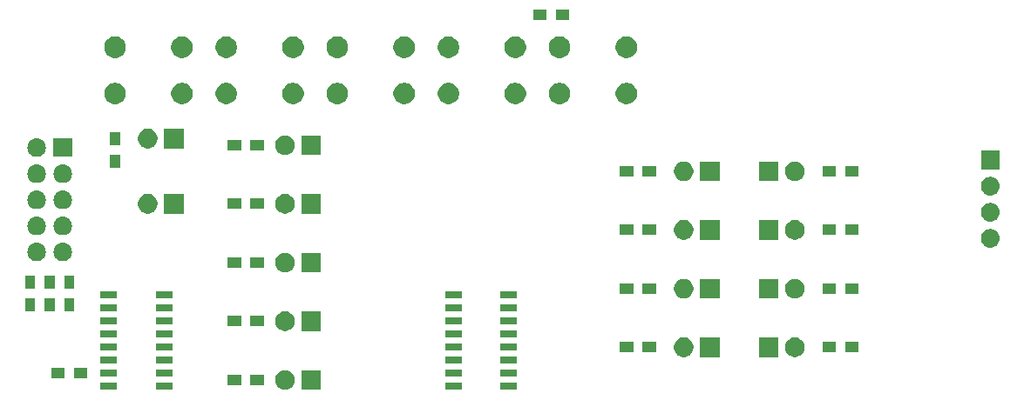
<source format=gbr>
G04 #@! TF.GenerationSoftware,KiCad,Pcbnew,(5.1.4)-1*
G04 #@! TF.CreationDate,2020-07-08T19:39:57+02:00*
G04 #@! TF.ProjectId,SBIO3,5342494f-332e-46b6-9963-61645f706362,rev?*
G04 #@! TF.SameCoordinates,Original*
G04 #@! TF.FileFunction,Soldermask,Top*
G04 #@! TF.FilePolarity,Negative*
%FSLAX46Y46*%
G04 Gerber Fmt 4.6, Leading zero omitted, Abs format (unit mm)*
G04 Created by KiCad (PCBNEW (5.1.4)-1) date 2020-07-08 19:39:57*
%MOMM*%
%LPD*%
G04 APERTURE LIST*
%ADD10C,0.100000*%
G04 APERTURE END LIST*
D10*
G36*
X124151000Y-170531000D02*
G01*
X122549000Y-170531000D01*
X122549000Y-169829000D01*
X124151000Y-169829000D01*
X124151000Y-170531000D01*
X124151000Y-170531000D01*
G37*
G36*
X118751000Y-170531000D02*
G01*
X117149000Y-170531000D01*
X117149000Y-169829000D01*
X118751000Y-169829000D01*
X118751000Y-170531000D01*
X118751000Y-170531000D01*
G37*
G36*
X90656000Y-170531000D02*
G01*
X89054000Y-170531000D01*
X89054000Y-169829000D01*
X90656000Y-169829000D01*
X90656000Y-170531000D01*
X90656000Y-170531000D01*
G37*
G36*
X85256000Y-170531000D02*
G01*
X83654000Y-170531000D01*
X83654000Y-169829000D01*
X85256000Y-169829000D01*
X85256000Y-170531000D01*
X85256000Y-170531000D01*
G37*
G36*
X101877395Y-168630546D02*
G01*
X102050466Y-168702234D01*
X102050467Y-168702235D01*
X102206227Y-168806310D01*
X102338690Y-168938773D01*
X102338691Y-168938775D01*
X102442766Y-169094534D01*
X102514454Y-169267605D01*
X102551000Y-169451333D01*
X102551000Y-169638667D01*
X102514454Y-169822395D01*
X102442766Y-169995466D01*
X102442765Y-169995467D01*
X102338690Y-170151227D01*
X102206227Y-170283690D01*
X102127818Y-170336081D01*
X102050466Y-170387766D01*
X101877395Y-170459454D01*
X101693667Y-170496000D01*
X101506333Y-170496000D01*
X101322605Y-170459454D01*
X101149534Y-170387766D01*
X101072182Y-170336081D01*
X100993773Y-170283690D01*
X100861310Y-170151227D01*
X100757235Y-169995467D01*
X100757234Y-169995466D01*
X100685546Y-169822395D01*
X100649000Y-169638667D01*
X100649000Y-169451333D01*
X100685546Y-169267605D01*
X100757234Y-169094534D01*
X100861309Y-168938775D01*
X100861310Y-168938773D01*
X100993773Y-168806310D01*
X101149533Y-168702235D01*
X101149534Y-168702234D01*
X101322605Y-168630546D01*
X101506333Y-168594000D01*
X101693667Y-168594000D01*
X101877395Y-168630546D01*
X101877395Y-168630546D01*
G37*
G36*
X105091000Y-170496000D02*
G01*
X103189000Y-170496000D01*
X103189000Y-168594000D01*
X105091000Y-168594000D01*
X105091000Y-170496000D01*
X105091000Y-170496000D01*
G37*
G36*
X97341000Y-170046000D02*
G01*
X96039000Y-170046000D01*
X96039000Y-169044000D01*
X97341000Y-169044000D01*
X97341000Y-170046000D01*
X97341000Y-170046000D01*
G37*
G36*
X99541000Y-170046000D02*
G01*
X98239000Y-170046000D01*
X98239000Y-169044000D01*
X99541000Y-169044000D01*
X99541000Y-170046000D01*
X99541000Y-170046000D01*
G37*
G36*
X80196000Y-169411000D02*
G01*
X78894000Y-169411000D01*
X78894000Y-168409000D01*
X80196000Y-168409000D01*
X80196000Y-169411000D01*
X80196000Y-169411000D01*
G37*
G36*
X82396000Y-169411000D02*
G01*
X81094000Y-169411000D01*
X81094000Y-168409000D01*
X82396000Y-168409000D01*
X82396000Y-169411000D01*
X82396000Y-169411000D01*
G37*
G36*
X118751000Y-169261000D02*
G01*
X117149000Y-169261000D01*
X117149000Y-168559000D01*
X118751000Y-168559000D01*
X118751000Y-169261000D01*
X118751000Y-169261000D01*
G37*
G36*
X85256000Y-169261000D02*
G01*
X83654000Y-169261000D01*
X83654000Y-168559000D01*
X85256000Y-168559000D01*
X85256000Y-169261000D01*
X85256000Y-169261000D01*
G37*
G36*
X124151000Y-169261000D02*
G01*
X122549000Y-169261000D01*
X122549000Y-168559000D01*
X124151000Y-168559000D01*
X124151000Y-169261000D01*
X124151000Y-169261000D01*
G37*
G36*
X90656000Y-169261000D02*
G01*
X89054000Y-169261000D01*
X89054000Y-168559000D01*
X90656000Y-168559000D01*
X90656000Y-169261000D01*
X90656000Y-169261000D01*
G37*
G36*
X90656000Y-167991000D02*
G01*
X89054000Y-167991000D01*
X89054000Y-167289000D01*
X90656000Y-167289000D01*
X90656000Y-167991000D01*
X90656000Y-167991000D01*
G37*
G36*
X118751000Y-167991000D02*
G01*
X117149000Y-167991000D01*
X117149000Y-167289000D01*
X118751000Y-167289000D01*
X118751000Y-167991000D01*
X118751000Y-167991000D01*
G37*
G36*
X124151000Y-167991000D02*
G01*
X122549000Y-167991000D01*
X122549000Y-167289000D01*
X124151000Y-167289000D01*
X124151000Y-167991000D01*
X124151000Y-167991000D01*
G37*
G36*
X85256000Y-167991000D02*
G01*
X83654000Y-167991000D01*
X83654000Y-167289000D01*
X85256000Y-167289000D01*
X85256000Y-167991000D01*
X85256000Y-167991000D01*
G37*
G36*
X151407395Y-165455546D02*
G01*
X151580466Y-165527234D01*
X151580467Y-165527235D01*
X151736227Y-165631310D01*
X151868690Y-165763773D01*
X151868691Y-165763775D01*
X151972766Y-165919534D01*
X152044454Y-166092605D01*
X152081000Y-166276333D01*
X152081000Y-166463667D01*
X152044454Y-166647395D01*
X151972766Y-166820466D01*
X151972765Y-166820467D01*
X151868690Y-166976227D01*
X151736227Y-167108690D01*
X151657818Y-167161081D01*
X151580466Y-167212766D01*
X151407395Y-167284454D01*
X151223667Y-167321000D01*
X151036333Y-167321000D01*
X150852605Y-167284454D01*
X150679534Y-167212766D01*
X150602182Y-167161081D01*
X150523773Y-167108690D01*
X150391310Y-166976227D01*
X150287235Y-166820467D01*
X150287234Y-166820466D01*
X150215546Y-166647395D01*
X150179000Y-166463667D01*
X150179000Y-166276333D01*
X150215546Y-166092605D01*
X150287234Y-165919534D01*
X150391309Y-165763775D01*
X150391310Y-165763773D01*
X150523773Y-165631310D01*
X150679533Y-165527235D01*
X150679534Y-165527234D01*
X150852605Y-165455546D01*
X151036333Y-165419000D01*
X151223667Y-165419000D01*
X151407395Y-165455546D01*
X151407395Y-165455546D01*
G37*
G36*
X140612395Y-165455546D02*
G01*
X140785466Y-165527234D01*
X140785467Y-165527235D01*
X140941227Y-165631310D01*
X141073690Y-165763773D01*
X141073691Y-165763775D01*
X141177766Y-165919534D01*
X141249454Y-166092605D01*
X141286000Y-166276333D01*
X141286000Y-166463667D01*
X141249454Y-166647395D01*
X141177766Y-166820466D01*
X141177765Y-166820467D01*
X141073690Y-166976227D01*
X140941227Y-167108690D01*
X140862818Y-167161081D01*
X140785466Y-167212766D01*
X140612395Y-167284454D01*
X140428667Y-167321000D01*
X140241333Y-167321000D01*
X140057605Y-167284454D01*
X139884534Y-167212766D01*
X139807182Y-167161081D01*
X139728773Y-167108690D01*
X139596310Y-166976227D01*
X139492235Y-166820467D01*
X139492234Y-166820466D01*
X139420546Y-166647395D01*
X139384000Y-166463667D01*
X139384000Y-166276333D01*
X139420546Y-166092605D01*
X139492234Y-165919534D01*
X139596309Y-165763775D01*
X139596310Y-165763773D01*
X139728773Y-165631310D01*
X139884533Y-165527235D01*
X139884534Y-165527234D01*
X140057605Y-165455546D01*
X140241333Y-165419000D01*
X140428667Y-165419000D01*
X140612395Y-165455546D01*
X140612395Y-165455546D01*
G37*
G36*
X149541000Y-167321000D02*
G01*
X147639000Y-167321000D01*
X147639000Y-165419000D01*
X149541000Y-165419000D01*
X149541000Y-167321000D01*
X149541000Y-167321000D01*
G37*
G36*
X143826000Y-167321000D02*
G01*
X141924000Y-167321000D01*
X141924000Y-165419000D01*
X143826000Y-165419000D01*
X143826000Y-167321000D01*
X143826000Y-167321000D01*
G37*
G36*
X137641000Y-166871000D02*
G01*
X136339000Y-166871000D01*
X136339000Y-165869000D01*
X137641000Y-165869000D01*
X137641000Y-166871000D01*
X137641000Y-166871000D01*
G37*
G36*
X157326000Y-166871000D02*
G01*
X156024000Y-166871000D01*
X156024000Y-165869000D01*
X157326000Y-165869000D01*
X157326000Y-166871000D01*
X157326000Y-166871000D01*
G37*
G36*
X155126000Y-166871000D02*
G01*
X153824000Y-166871000D01*
X153824000Y-165869000D01*
X155126000Y-165869000D01*
X155126000Y-166871000D01*
X155126000Y-166871000D01*
G37*
G36*
X135441000Y-166871000D02*
G01*
X134139000Y-166871000D01*
X134139000Y-165869000D01*
X135441000Y-165869000D01*
X135441000Y-166871000D01*
X135441000Y-166871000D01*
G37*
G36*
X85256000Y-166721000D02*
G01*
X83654000Y-166721000D01*
X83654000Y-166019000D01*
X85256000Y-166019000D01*
X85256000Y-166721000D01*
X85256000Y-166721000D01*
G37*
G36*
X118751000Y-166721000D02*
G01*
X117149000Y-166721000D01*
X117149000Y-166019000D01*
X118751000Y-166019000D01*
X118751000Y-166721000D01*
X118751000Y-166721000D01*
G37*
G36*
X124151000Y-166721000D02*
G01*
X122549000Y-166721000D01*
X122549000Y-166019000D01*
X124151000Y-166019000D01*
X124151000Y-166721000D01*
X124151000Y-166721000D01*
G37*
G36*
X90656000Y-166721000D02*
G01*
X89054000Y-166721000D01*
X89054000Y-166019000D01*
X90656000Y-166019000D01*
X90656000Y-166721000D01*
X90656000Y-166721000D01*
G37*
G36*
X124151000Y-165451000D02*
G01*
X122549000Y-165451000D01*
X122549000Y-164749000D01*
X124151000Y-164749000D01*
X124151000Y-165451000D01*
X124151000Y-165451000D01*
G37*
G36*
X85256000Y-165451000D02*
G01*
X83654000Y-165451000D01*
X83654000Y-164749000D01*
X85256000Y-164749000D01*
X85256000Y-165451000D01*
X85256000Y-165451000D01*
G37*
G36*
X118751000Y-165451000D02*
G01*
X117149000Y-165451000D01*
X117149000Y-164749000D01*
X118751000Y-164749000D01*
X118751000Y-165451000D01*
X118751000Y-165451000D01*
G37*
G36*
X90656000Y-165451000D02*
G01*
X89054000Y-165451000D01*
X89054000Y-164749000D01*
X90656000Y-164749000D01*
X90656000Y-165451000D01*
X90656000Y-165451000D01*
G37*
G36*
X105091000Y-164781000D02*
G01*
X103189000Y-164781000D01*
X103189000Y-162879000D01*
X105091000Y-162879000D01*
X105091000Y-164781000D01*
X105091000Y-164781000D01*
G37*
G36*
X101877395Y-162915546D02*
G01*
X102050466Y-162987234D01*
X102050467Y-162987235D01*
X102206227Y-163091310D01*
X102338690Y-163223773D01*
X102338691Y-163223775D01*
X102442766Y-163379534D01*
X102514454Y-163552605D01*
X102551000Y-163736333D01*
X102551000Y-163923667D01*
X102514454Y-164107395D01*
X102442766Y-164280466D01*
X102442765Y-164280467D01*
X102338690Y-164436227D01*
X102206227Y-164568690D01*
X102127818Y-164621081D01*
X102050466Y-164672766D01*
X101877395Y-164744454D01*
X101693667Y-164781000D01*
X101506333Y-164781000D01*
X101322605Y-164744454D01*
X101149534Y-164672766D01*
X101072182Y-164621081D01*
X100993773Y-164568690D01*
X100861310Y-164436227D01*
X100757235Y-164280467D01*
X100757234Y-164280466D01*
X100685546Y-164107395D01*
X100649000Y-163923667D01*
X100649000Y-163736333D01*
X100685546Y-163552605D01*
X100757234Y-163379534D01*
X100861309Y-163223775D01*
X100861310Y-163223773D01*
X100993773Y-163091310D01*
X101149533Y-162987235D01*
X101149534Y-162987234D01*
X101322605Y-162915546D01*
X101506333Y-162879000D01*
X101693667Y-162879000D01*
X101877395Y-162915546D01*
X101877395Y-162915546D01*
G37*
G36*
X97341000Y-164331000D02*
G01*
X96039000Y-164331000D01*
X96039000Y-163329000D01*
X97341000Y-163329000D01*
X97341000Y-164331000D01*
X97341000Y-164331000D01*
G37*
G36*
X99541000Y-164331000D02*
G01*
X98239000Y-164331000D01*
X98239000Y-163329000D01*
X99541000Y-163329000D01*
X99541000Y-164331000D01*
X99541000Y-164331000D01*
G37*
G36*
X90656000Y-164181000D02*
G01*
X89054000Y-164181000D01*
X89054000Y-163479000D01*
X90656000Y-163479000D01*
X90656000Y-164181000D01*
X90656000Y-164181000D01*
G37*
G36*
X124151000Y-164181000D02*
G01*
X122549000Y-164181000D01*
X122549000Y-163479000D01*
X124151000Y-163479000D01*
X124151000Y-164181000D01*
X124151000Y-164181000D01*
G37*
G36*
X118751000Y-164181000D02*
G01*
X117149000Y-164181000D01*
X117149000Y-163479000D01*
X118751000Y-163479000D01*
X118751000Y-164181000D01*
X118751000Y-164181000D01*
G37*
G36*
X85256000Y-164181000D02*
G01*
X83654000Y-164181000D01*
X83654000Y-163479000D01*
X85256000Y-163479000D01*
X85256000Y-164181000D01*
X85256000Y-164181000D01*
G37*
G36*
X124151000Y-162911000D02*
G01*
X122549000Y-162911000D01*
X122549000Y-162209000D01*
X124151000Y-162209000D01*
X124151000Y-162911000D01*
X124151000Y-162911000D01*
G37*
G36*
X90656000Y-162911000D02*
G01*
X89054000Y-162911000D01*
X89054000Y-162209000D01*
X90656000Y-162209000D01*
X90656000Y-162911000D01*
X90656000Y-162911000D01*
G37*
G36*
X118751000Y-162911000D02*
G01*
X117149000Y-162911000D01*
X117149000Y-162209000D01*
X118751000Y-162209000D01*
X118751000Y-162911000D01*
X118751000Y-162911000D01*
G37*
G36*
X85256000Y-162911000D02*
G01*
X83654000Y-162911000D01*
X83654000Y-162209000D01*
X85256000Y-162209000D01*
X85256000Y-162911000D01*
X85256000Y-162911000D01*
G37*
G36*
X81146000Y-162871000D02*
G01*
X80144000Y-162871000D01*
X80144000Y-161569000D01*
X81146000Y-161569000D01*
X81146000Y-162871000D01*
X81146000Y-162871000D01*
G37*
G36*
X77336000Y-162871000D02*
G01*
X76334000Y-162871000D01*
X76334000Y-161569000D01*
X77336000Y-161569000D01*
X77336000Y-162871000D01*
X77336000Y-162871000D01*
G37*
G36*
X79241000Y-162871000D02*
G01*
X78239000Y-162871000D01*
X78239000Y-161569000D01*
X79241000Y-161569000D01*
X79241000Y-162871000D01*
X79241000Y-162871000D01*
G37*
G36*
X124151000Y-161641000D02*
G01*
X122549000Y-161641000D01*
X122549000Y-160939000D01*
X124151000Y-160939000D01*
X124151000Y-161641000D01*
X124151000Y-161641000D01*
G37*
G36*
X90656000Y-161641000D02*
G01*
X89054000Y-161641000D01*
X89054000Y-160939000D01*
X90656000Y-160939000D01*
X90656000Y-161641000D01*
X90656000Y-161641000D01*
G37*
G36*
X85256000Y-161641000D02*
G01*
X83654000Y-161641000D01*
X83654000Y-160939000D01*
X85256000Y-160939000D01*
X85256000Y-161641000D01*
X85256000Y-161641000D01*
G37*
G36*
X118751000Y-161641000D02*
G01*
X117149000Y-161641000D01*
X117149000Y-160939000D01*
X118751000Y-160939000D01*
X118751000Y-161641000D01*
X118751000Y-161641000D01*
G37*
G36*
X143826000Y-161606000D02*
G01*
X141924000Y-161606000D01*
X141924000Y-159704000D01*
X143826000Y-159704000D01*
X143826000Y-161606000D01*
X143826000Y-161606000D01*
G37*
G36*
X140612395Y-159740546D02*
G01*
X140785466Y-159812234D01*
X140785467Y-159812235D01*
X140941227Y-159916310D01*
X141073690Y-160048773D01*
X141073691Y-160048775D01*
X141177766Y-160204534D01*
X141249454Y-160377605D01*
X141286000Y-160561333D01*
X141286000Y-160748667D01*
X141249454Y-160932395D01*
X141177766Y-161105466D01*
X141177765Y-161105467D01*
X141073690Y-161261227D01*
X140941227Y-161393690D01*
X140862818Y-161446081D01*
X140785466Y-161497766D01*
X140612395Y-161569454D01*
X140428667Y-161606000D01*
X140241333Y-161606000D01*
X140057605Y-161569454D01*
X139884534Y-161497766D01*
X139807182Y-161446081D01*
X139728773Y-161393690D01*
X139596310Y-161261227D01*
X139492235Y-161105467D01*
X139492234Y-161105466D01*
X139420546Y-160932395D01*
X139384000Y-160748667D01*
X139384000Y-160561333D01*
X139420546Y-160377605D01*
X139492234Y-160204534D01*
X139596309Y-160048775D01*
X139596310Y-160048773D01*
X139728773Y-159916310D01*
X139884533Y-159812235D01*
X139884534Y-159812234D01*
X140057605Y-159740546D01*
X140241333Y-159704000D01*
X140428667Y-159704000D01*
X140612395Y-159740546D01*
X140612395Y-159740546D01*
G37*
G36*
X149541000Y-161606000D02*
G01*
X147639000Y-161606000D01*
X147639000Y-159704000D01*
X149541000Y-159704000D01*
X149541000Y-161606000D01*
X149541000Y-161606000D01*
G37*
G36*
X151407395Y-159740546D02*
G01*
X151580466Y-159812234D01*
X151580467Y-159812235D01*
X151736227Y-159916310D01*
X151868690Y-160048773D01*
X151868691Y-160048775D01*
X151972766Y-160204534D01*
X152044454Y-160377605D01*
X152081000Y-160561333D01*
X152081000Y-160748667D01*
X152044454Y-160932395D01*
X151972766Y-161105466D01*
X151972765Y-161105467D01*
X151868690Y-161261227D01*
X151736227Y-161393690D01*
X151657818Y-161446081D01*
X151580466Y-161497766D01*
X151407395Y-161569454D01*
X151223667Y-161606000D01*
X151036333Y-161606000D01*
X150852605Y-161569454D01*
X150679534Y-161497766D01*
X150602182Y-161446081D01*
X150523773Y-161393690D01*
X150391310Y-161261227D01*
X150287235Y-161105467D01*
X150287234Y-161105466D01*
X150215546Y-160932395D01*
X150179000Y-160748667D01*
X150179000Y-160561333D01*
X150215546Y-160377605D01*
X150287234Y-160204534D01*
X150391309Y-160048775D01*
X150391310Y-160048773D01*
X150523773Y-159916310D01*
X150679533Y-159812235D01*
X150679534Y-159812234D01*
X150852605Y-159740546D01*
X151036333Y-159704000D01*
X151223667Y-159704000D01*
X151407395Y-159740546D01*
X151407395Y-159740546D01*
G37*
G36*
X155126000Y-161156000D02*
G01*
X153824000Y-161156000D01*
X153824000Y-160154000D01*
X155126000Y-160154000D01*
X155126000Y-161156000D01*
X155126000Y-161156000D01*
G37*
G36*
X157326000Y-161156000D02*
G01*
X156024000Y-161156000D01*
X156024000Y-160154000D01*
X157326000Y-160154000D01*
X157326000Y-161156000D01*
X157326000Y-161156000D01*
G37*
G36*
X135441000Y-161156000D02*
G01*
X134139000Y-161156000D01*
X134139000Y-160154000D01*
X135441000Y-160154000D01*
X135441000Y-161156000D01*
X135441000Y-161156000D01*
G37*
G36*
X137641000Y-161156000D02*
G01*
X136339000Y-161156000D01*
X136339000Y-160154000D01*
X137641000Y-160154000D01*
X137641000Y-161156000D01*
X137641000Y-161156000D01*
G37*
G36*
X81146000Y-160671000D02*
G01*
X80144000Y-160671000D01*
X80144000Y-159369000D01*
X81146000Y-159369000D01*
X81146000Y-160671000D01*
X81146000Y-160671000D01*
G37*
G36*
X77336000Y-160671000D02*
G01*
X76334000Y-160671000D01*
X76334000Y-159369000D01*
X77336000Y-159369000D01*
X77336000Y-160671000D01*
X77336000Y-160671000D01*
G37*
G36*
X79241000Y-160671000D02*
G01*
X78239000Y-160671000D01*
X78239000Y-159369000D01*
X79241000Y-159369000D01*
X79241000Y-160671000D01*
X79241000Y-160671000D01*
G37*
G36*
X101877395Y-157200546D02*
G01*
X102050466Y-157272234D01*
X102050467Y-157272235D01*
X102206227Y-157376310D01*
X102338690Y-157508773D01*
X102338691Y-157508775D01*
X102442766Y-157664534D01*
X102514454Y-157837605D01*
X102551000Y-158021333D01*
X102551000Y-158208667D01*
X102514454Y-158392395D01*
X102442766Y-158565466D01*
X102442765Y-158565467D01*
X102338690Y-158721227D01*
X102206227Y-158853690D01*
X102127818Y-158906081D01*
X102050466Y-158957766D01*
X101877395Y-159029454D01*
X101693667Y-159066000D01*
X101506333Y-159066000D01*
X101322605Y-159029454D01*
X101149534Y-158957766D01*
X101072182Y-158906081D01*
X100993773Y-158853690D01*
X100861310Y-158721227D01*
X100757235Y-158565467D01*
X100757234Y-158565466D01*
X100685546Y-158392395D01*
X100649000Y-158208667D01*
X100649000Y-158021333D01*
X100685546Y-157837605D01*
X100757234Y-157664534D01*
X100861309Y-157508775D01*
X100861310Y-157508773D01*
X100993773Y-157376310D01*
X101149533Y-157272235D01*
X101149534Y-157272234D01*
X101322605Y-157200546D01*
X101506333Y-157164000D01*
X101693667Y-157164000D01*
X101877395Y-157200546D01*
X101877395Y-157200546D01*
G37*
G36*
X105091000Y-159066000D02*
G01*
X103189000Y-159066000D01*
X103189000Y-157164000D01*
X105091000Y-157164000D01*
X105091000Y-159066000D01*
X105091000Y-159066000D01*
G37*
G36*
X97341000Y-158616000D02*
G01*
X96039000Y-158616000D01*
X96039000Y-157614000D01*
X97341000Y-157614000D01*
X97341000Y-158616000D01*
X97341000Y-158616000D01*
G37*
G36*
X99541000Y-158616000D02*
G01*
X98239000Y-158616000D01*
X98239000Y-157614000D01*
X99541000Y-157614000D01*
X99541000Y-158616000D01*
X99541000Y-158616000D01*
G37*
G36*
X77580442Y-156204518D02*
G01*
X77646627Y-156211037D01*
X77816466Y-156262557D01*
X77972991Y-156346222D01*
X78008729Y-156375552D01*
X78110186Y-156458814D01*
X78193448Y-156560271D01*
X78222778Y-156596009D01*
X78306443Y-156752534D01*
X78357963Y-156922373D01*
X78375359Y-157099000D01*
X78357963Y-157275627D01*
X78306443Y-157445466D01*
X78222778Y-157601991D01*
X78212922Y-157614000D01*
X78110186Y-157739186D01*
X78008729Y-157822448D01*
X77972991Y-157851778D01*
X77816466Y-157935443D01*
X77646627Y-157986963D01*
X77580443Y-157993481D01*
X77514260Y-158000000D01*
X77425740Y-158000000D01*
X77359557Y-157993481D01*
X77293373Y-157986963D01*
X77123534Y-157935443D01*
X76967009Y-157851778D01*
X76931271Y-157822448D01*
X76829814Y-157739186D01*
X76727078Y-157614000D01*
X76717222Y-157601991D01*
X76633557Y-157445466D01*
X76582037Y-157275627D01*
X76564641Y-157099000D01*
X76582037Y-156922373D01*
X76633557Y-156752534D01*
X76717222Y-156596009D01*
X76746552Y-156560271D01*
X76829814Y-156458814D01*
X76931271Y-156375552D01*
X76967009Y-156346222D01*
X77123534Y-156262557D01*
X77293373Y-156211037D01*
X77359558Y-156204518D01*
X77425740Y-156198000D01*
X77514260Y-156198000D01*
X77580442Y-156204518D01*
X77580442Y-156204518D01*
G37*
G36*
X80120442Y-156204518D02*
G01*
X80186627Y-156211037D01*
X80356466Y-156262557D01*
X80512991Y-156346222D01*
X80548729Y-156375552D01*
X80650186Y-156458814D01*
X80733448Y-156560271D01*
X80762778Y-156596009D01*
X80846443Y-156752534D01*
X80897963Y-156922373D01*
X80915359Y-157099000D01*
X80897963Y-157275627D01*
X80846443Y-157445466D01*
X80762778Y-157601991D01*
X80752922Y-157614000D01*
X80650186Y-157739186D01*
X80548729Y-157822448D01*
X80512991Y-157851778D01*
X80356466Y-157935443D01*
X80186627Y-157986963D01*
X80120443Y-157993481D01*
X80054260Y-158000000D01*
X79965740Y-158000000D01*
X79899557Y-157993481D01*
X79833373Y-157986963D01*
X79663534Y-157935443D01*
X79507009Y-157851778D01*
X79471271Y-157822448D01*
X79369814Y-157739186D01*
X79267078Y-157614000D01*
X79257222Y-157601991D01*
X79173557Y-157445466D01*
X79122037Y-157275627D01*
X79104641Y-157099000D01*
X79122037Y-156922373D01*
X79173557Y-156752534D01*
X79257222Y-156596009D01*
X79286552Y-156560271D01*
X79369814Y-156458814D01*
X79471271Y-156375552D01*
X79507009Y-156346222D01*
X79663534Y-156262557D01*
X79833373Y-156211037D01*
X79899558Y-156204518D01*
X79965740Y-156198000D01*
X80054260Y-156198000D01*
X80120442Y-156204518D01*
X80120442Y-156204518D01*
G37*
G36*
X170226943Y-154871019D02*
G01*
X170293127Y-154877537D01*
X170462966Y-154929057D01*
X170619491Y-155012722D01*
X170645010Y-155033665D01*
X170756686Y-155125314D01*
X170839948Y-155226771D01*
X170869278Y-155262509D01*
X170952943Y-155419034D01*
X171004463Y-155588873D01*
X171021859Y-155765500D01*
X171004463Y-155942127D01*
X170952943Y-156111966D01*
X170869278Y-156268491D01*
X170839948Y-156304229D01*
X170756686Y-156405686D01*
X170655229Y-156488948D01*
X170619491Y-156518278D01*
X170462966Y-156601943D01*
X170293127Y-156653463D01*
X170226942Y-156659982D01*
X170160760Y-156666500D01*
X170072240Y-156666500D01*
X170006058Y-156659982D01*
X169939873Y-156653463D01*
X169770034Y-156601943D01*
X169613509Y-156518278D01*
X169577771Y-156488948D01*
X169476314Y-156405686D01*
X169393052Y-156304229D01*
X169363722Y-156268491D01*
X169280057Y-156111966D01*
X169228537Y-155942127D01*
X169211141Y-155765500D01*
X169228537Y-155588873D01*
X169280057Y-155419034D01*
X169363722Y-155262509D01*
X169393052Y-155226771D01*
X169476314Y-155125314D01*
X169587990Y-155033665D01*
X169613509Y-155012722D01*
X169770034Y-154929057D01*
X169939873Y-154877537D01*
X170006057Y-154871019D01*
X170072240Y-154864500D01*
X170160760Y-154864500D01*
X170226943Y-154871019D01*
X170226943Y-154871019D01*
G37*
G36*
X143826000Y-155891000D02*
G01*
X141924000Y-155891000D01*
X141924000Y-153989000D01*
X143826000Y-153989000D01*
X143826000Y-155891000D01*
X143826000Y-155891000D01*
G37*
G36*
X149541000Y-155891000D02*
G01*
X147639000Y-155891000D01*
X147639000Y-153989000D01*
X149541000Y-153989000D01*
X149541000Y-155891000D01*
X149541000Y-155891000D01*
G37*
G36*
X151407395Y-154025546D02*
G01*
X151580466Y-154097234D01*
X151657818Y-154148919D01*
X151736227Y-154201310D01*
X151868690Y-154333773D01*
X151868691Y-154333775D01*
X151972766Y-154489534D01*
X152044454Y-154662605D01*
X152081000Y-154846333D01*
X152081000Y-155033667D01*
X152044454Y-155217395D01*
X151972766Y-155390466D01*
X151972765Y-155390467D01*
X151868690Y-155546227D01*
X151736227Y-155678690D01*
X151657818Y-155731081D01*
X151580466Y-155782766D01*
X151407395Y-155854454D01*
X151223667Y-155891000D01*
X151036333Y-155891000D01*
X150852605Y-155854454D01*
X150679534Y-155782766D01*
X150602182Y-155731081D01*
X150523773Y-155678690D01*
X150391310Y-155546227D01*
X150287235Y-155390467D01*
X150287234Y-155390466D01*
X150215546Y-155217395D01*
X150179000Y-155033667D01*
X150179000Y-154846333D01*
X150215546Y-154662605D01*
X150287234Y-154489534D01*
X150391309Y-154333775D01*
X150391310Y-154333773D01*
X150523773Y-154201310D01*
X150602182Y-154148919D01*
X150679534Y-154097234D01*
X150852605Y-154025546D01*
X151036333Y-153989000D01*
X151223667Y-153989000D01*
X151407395Y-154025546D01*
X151407395Y-154025546D01*
G37*
G36*
X140612395Y-154025546D02*
G01*
X140785466Y-154097234D01*
X140862818Y-154148919D01*
X140941227Y-154201310D01*
X141073690Y-154333773D01*
X141073691Y-154333775D01*
X141177766Y-154489534D01*
X141249454Y-154662605D01*
X141286000Y-154846333D01*
X141286000Y-155033667D01*
X141249454Y-155217395D01*
X141177766Y-155390466D01*
X141177765Y-155390467D01*
X141073690Y-155546227D01*
X140941227Y-155678690D01*
X140862818Y-155731081D01*
X140785466Y-155782766D01*
X140612395Y-155854454D01*
X140428667Y-155891000D01*
X140241333Y-155891000D01*
X140057605Y-155854454D01*
X139884534Y-155782766D01*
X139807182Y-155731081D01*
X139728773Y-155678690D01*
X139596310Y-155546227D01*
X139492235Y-155390467D01*
X139492234Y-155390466D01*
X139420546Y-155217395D01*
X139384000Y-155033667D01*
X139384000Y-154846333D01*
X139420546Y-154662605D01*
X139492234Y-154489534D01*
X139596309Y-154333775D01*
X139596310Y-154333773D01*
X139728773Y-154201310D01*
X139807182Y-154148919D01*
X139884534Y-154097234D01*
X140057605Y-154025546D01*
X140241333Y-153989000D01*
X140428667Y-153989000D01*
X140612395Y-154025546D01*
X140612395Y-154025546D01*
G37*
G36*
X80120442Y-153664518D02*
G01*
X80186627Y-153671037D01*
X80356466Y-153722557D01*
X80512991Y-153806222D01*
X80548729Y-153835552D01*
X80650186Y-153918814D01*
X80707785Y-153989000D01*
X80762778Y-154056009D01*
X80846443Y-154212534D01*
X80897963Y-154382373D01*
X80915359Y-154559000D01*
X80897963Y-154735627D01*
X80846443Y-154905466D01*
X80762778Y-155061991D01*
X80733448Y-155097729D01*
X80650186Y-155199186D01*
X80573023Y-155262511D01*
X80512991Y-155311778D01*
X80356466Y-155395443D01*
X80186627Y-155446963D01*
X80120442Y-155453482D01*
X80054260Y-155460000D01*
X79965740Y-155460000D01*
X79899558Y-155453482D01*
X79833373Y-155446963D01*
X79663534Y-155395443D01*
X79507009Y-155311778D01*
X79446977Y-155262511D01*
X79369814Y-155199186D01*
X79286552Y-155097729D01*
X79257222Y-155061991D01*
X79173557Y-154905466D01*
X79122037Y-154735627D01*
X79104641Y-154559000D01*
X79122037Y-154382373D01*
X79173557Y-154212534D01*
X79257222Y-154056009D01*
X79312215Y-153989000D01*
X79369814Y-153918814D01*
X79471271Y-153835552D01*
X79507009Y-153806222D01*
X79663534Y-153722557D01*
X79833373Y-153671037D01*
X79899558Y-153664518D01*
X79965740Y-153658000D01*
X80054260Y-153658000D01*
X80120442Y-153664518D01*
X80120442Y-153664518D01*
G37*
G36*
X77580442Y-153664518D02*
G01*
X77646627Y-153671037D01*
X77816466Y-153722557D01*
X77972991Y-153806222D01*
X78008729Y-153835552D01*
X78110186Y-153918814D01*
X78167785Y-153989000D01*
X78222778Y-154056009D01*
X78306443Y-154212534D01*
X78357963Y-154382373D01*
X78375359Y-154559000D01*
X78357963Y-154735627D01*
X78306443Y-154905466D01*
X78222778Y-155061991D01*
X78193448Y-155097729D01*
X78110186Y-155199186D01*
X78033023Y-155262511D01*
X77972991Y-155311778D01*
X77816466Y-155395443D01*
X77646627Y-155446963D01*
X77580442Y-155453482D01*
X77514260Y-155460000D01*
X77425740Y-155460000D01*
X77359558Y-155453482D01*
X77293373Y-155446963D01*
X77123534Y-155395443D01*
X76967009Y-155311778D01*
X76906977Y-155262511D01*
X76829814Y-155199186D01*
X76746552Y-155097729D01*
X76717222Y-155061991D01*
X76633557Y-154905466D01*
X76582037Y-154735627D01*
X76564641Y-154559000D01*
X76582037Y-154382373D01*
X76633557Y-154212534D01*
X76717222Y-154056009D01*
X76772215Y-153989000D01*
X76829814Y-153918814D01*
X76931271Y-153835552D01*
X76967009Y-153806222D01*
X77123534Y-153722557D01*
X77293373Y-153671037D01*
X77359558Y-153664518D01*
X77425740Y-153658000D01*
X77514260Y-153658000D01*
X77580442Y-153664518D01*
X77580442Y-153664518D01*
G37*
G36*
X135441000Y-155441000D02*
G01*
X134139000Y-155441000D01*
X134139000Y-154439000D01*
X135441000Y-154439000D01*
X135441000Y-155441000D01*
X135441000Y-155441000D01*
G37*
G36*
X137641000Y-155441000D02*
G01*
X136339000Y-155441000D01*
X136339000Y-154439000D01*
X137641000Y-154439000D01*
X137641000Y-155441000D01*
X137641000Y-155441000D01*
G37*
G36*
X155126000Y-155441000D02*
G01*
X153824000Y-155441000D01*
X153824000Y-154439000D01*
X155126000Y-154439000D01*
X155126000Y-155441000D01*
X155126000Y-155441000D01*
G37*
G36*
X157326000Y-155441000D02*
G01*
X156024000Y-155441000D01*
X156024000Y-154439000D01*
X157326000Y-154439000D01*
X157326000Y-155441000D01*
X157326000Y-155441000D01*
G37*
G36*
X170226942Y-152331018D02*
G01*
X170293127Y-152337537D01*
X170462966Y-152389057D01*
X170619491Y-152472722D01*
X170645010Y-152493665D01*
X170756686Y-152585314D01*
X170839948Y-152686771D01*
X170869278Y-152722509D01*
X170952943Y-152879034D01*
X171004463Y-153048873D01*
X171021859Y-153225500D01*
X171004463Y-153402127D01*
X170952943Y-153571966D01*
X170869278Y-153728491D01*
X170839948Y-153764229D01*
X170756686Y-153865686D01*
X170655229Y-153948948D01*
X170619491Y-153978278D01*
X170462966Y-154061943D01*
X170293127Y-154113463D01*
X170226942Y-154119982D01*
X170160760Y-154126500D01*
X170072240Y-154126500D01*
X170006058Y-154119982D01*
X169939873Y-154113463D01*
X169770034Y-154061943D01*
X169613509Y-153978278D01*
X169577771Y-153948948D01*
X169476314Y-153865686D01*
X169393052Y-153764229D01*
X169363722Y-153728491D01*
X169280057Y-153571966D01*
X169228537Y-153402127D01*
X169211141Y-153225500D01*
X169228537Y-153048873D01*
X169280057Y-152879034D01*
X169363722Y-152722509D01*
X169393052Y-152686771D01*
X169476314Y-152585314D01*
X169587990Y-152493665D01*
X169613509Y-152472722D01*
X169770034Y-152389057D01*
X169939873Y-152337537D01*
X170006058Y-152331018D01*
X170072240Y-152324500D01*
X170160760Y-152324500D01*
X170226942Y-152331018D01*
X170226942Y-152331018D01*
G37*
G36*
X88542395Y-151485546D02*
G01*
X88715466Y-151557234D01*
X88792818Y-151608919D01*
X88871227Y-151661310D01*
X89003690Y-151793773D01*
X89003691Y-151793775D01*
X89107766Y-151949534D01*
X89179454Y-152122605D01*
X89216000Y-152306333D01*
X89216000Y-152493667D01*
X89179454Y-152677395D01*
X89107766Y-152850466D01*
X89107765Y-152850467D01*
X89003690Y-153006227D01*
X88871227Y-153138690D01*
X88792818Y-153191081D01*
X88715466Y-153242766D01*
X88542395Y-153314454D01*
X88358667Y-153351000D01*
X88171333Y-153351000D01*
X87987605Y-153314454D01*
X87814534Y-153242766D01*
X87737182Y-153191081D01*
X87658773Y-153138690D01*
X87526310Y-153006227D01*
X87422235Y-152850467D01*
X87422234Y-152850466D01*
X87350546Y-152677395D01*
X87314000Y-152493667D01*
X87314000Y-152306333D01*
X87350546Y-152122605D01*
X87422234Y-151949534D01*
X87526309Y-151793775D01*
X87526310Y-151793773D01*
X87658773Y-151661310D01*
X87737182Y-151608919D01*
X87814534Y-151557234D01*
X87987605Y-151485546D01*
X88171333Y-151449000D01*
X88358667Y-151449000D01*
X88542395Y-151485546D01*
X88542395Y-151485546D01*
G37*
G36*
X105091000Y-153351000D02*
G01*
X103189000Y-153351000D01*
X103189000Y-151449000D01*
X105091000Y-151449000D01*
X105091000Y-153351000D01*
X105091000Y-153351000D01*
G37*
G36*
X101877395Y-151485546D02*
G01*
X102050466Y-151557234D01*
X102127818Y-151608919D01*
X102206227Y-151661310D01*
X102338690Y-151793773D01*
X102338691Y-151793775D01*
X102442766Y-151949534D01*
X102514454Y-152122605D01*
X102551000Y-152306333D01*
X102551000Y-152493667D01*
X102514454Y-152677395D01*
X102442766Y-152850466D01*
X102442765Y-152850467D01*
X102338690Y-153006227D01*
X102206227Y-153138690D01*
X102127818Y-153191081D01*
X102050466Y-153242766D01*
X101877395Y-153314454D01*
X101693667Y-153351000D01*
X101506333Y-153351000D01*
X101322605Y-153314454D01*
X101149534Y-153242766D01*
X101072182Y-153191081D01*
X100993773Y-153138690D01*
X100861310Y-153006227D01*
X100757235Y-152850467D01*
X100757234Y-152850466D01*
X100685546Y-152677395D01*
X100649000Y-152493667D01*
X100649000Y-152306333D01*
X100685546Y-152122605D01*
X100757234Y-151949534D01*
X100861309Y-151793775D01*
X100861310Y-151793773D01*
X100993773Y-151661310D01*
X101072182Y-151608919D01*
X101149534Y-151557234D01*
X101322605Y-151485546D01*
X101506333Y-151449000D01*
X101693667Y-151449000D01*
X101877395Y-151485546D01*
X101877395Y-151485546D01*
G37*
G36*
X91756000Y-153351000D02*
G01*
X89854000Y-153351000D01*
X89854000Y-151449000D01*
X91756000Y-151449000D01*
X91756000Y-153351000D01*
X91756000Y-153351000D01*
G37*
G36*
X80120443Y-151124519D02*
G01*
X80186627Y-151131037D01*
X80356466Y-151182557D01*
X80512991Y-151266222D01*
X80548729Y-151295552D01*
X80650186Y-151378814D01*
X80707785Y-151449000D01*
X80762778Y-151516009D01*
X80846443Y-151672534D01*
X80897963Y-151842373D01*
X80915359Y-152019000D01*
X80897963Y-152195627D01*
X80846443Y-152365466D01*
X80762778Y-152521991D01*
X80733448Y-152557729D01*
X80650186Y-152659186D01*
X80573023Y-152722511D01*
X80512991Y-152771778D01*
X80356466Y-152855443D01*
X80186627Y-152906963D01*
X80120442Y-152913482D01*
X80054260Y-152920000D01*
X79965740Y-152920000D01*
X79899558Y-152913482D01*
X79833373Y-152906963D01*
X79663534Y-152855443D01*
X79507009Y-152771778D01*
X79446977Y-152722511D01*
X79369814Y-152659186D01*
X79286552Y-152557729D01*
X79257222Y-152521991D01*
X79173557Y-152365466D01*
X79122037Y-152195627D01*
X79104641Y-152019000D01*
X79122037Y-151842373D01*
X79173557Y-151672534D01*
X79257222Y-151516009D01*
X79312215Y-151449000D01*
X79369814Y-151378814D01*
X79471271Y-151295552D01*
X79507009Y-151266222D01*
X79663534Y-151182557D01*
X79833373Y-151131037D01*
X79899557Y-151124519D01*
X79965740Y-151118000D01*
X80054260Y-151118000D01*
X80120443Y-151124519D01*
X80120443Y-151124519D01*
G37*
G36*
X77580443Y-151124519D02*
G01*
X77646627Y-151131037D01*
X77816466Y-151182557D01*
X77972991Y-151266222D01*
X78008729Y-151295552D01*
X78110186Y-151378814D01*
X78167785Y-151449000D01*
X78222778Y-151516009D01*
X78306443Y-151672534D01*
X78357963Y-151842373D01*
X78375359Y-152019000D01*
X78357963Y-152195627D01*
X78306443Y-152365466D01*
X78222778Y-152521991D01*
X78193448Y-152557729D01*
X78110186Y-152659186D01*
X78033023Y-152722511D01*
X77972991Y-152771778D01*
X77816466Y-152855443D01*
X77646627Y-152906963D01*
X77580442Y-152913482D01*
X77514260Y-152920000D01*
X77425740Y-152920000D01*
X77359558Y-152913482D01*
X77293373Y-152906963D01*
X77123534Y-152855443D01*
X76967009Y-152771778D01*
X76906977Y-152722511D01*
X76829814Y-152659186D01*
X76746552Y-152557729D01*
X76717222Y-152521991D01*
X76633557Y-152365466D01*
X76582037Y-152195627D01*
X76564641Y-152019000D01*
X76582037Y-151842373D01*
X76633557Y-151672534D01*
X76717222Y-151516009D01*
X76772215Y-151449000D01*
X76829814Y-151378814D01*
X76931271Y-151295552D01*
X76967009Y-151266222D01*
X77123534Y-151182557D01*
X77293373Y-151131037D01*
X77359557Y-151124519D01*
X77425740Y-151118000D01*
X77514260Y-151118000D01*
X77580443Y-151124519D01*
X77580443Y-151124519D01*
G37*
G36*
X97341000Y-152901000D02*
G01*
X96039000Y-152901000D01*
X96039000Y-151899000D01*
X97341000Y-151899000D01*
X97341000Y-152901000D01*
X97341000Y-152901000D01*
G37*
G36*
X99541000Y-152901000D02*
G01*
X98239000Y-152901000D01*
X98239000Y-151899000D01*
X99541000Y-151899000D01*
X99541000Y-152901000D01*
X99541000Y-152901000D01*
G37*
G36*
X170226943Y-149791019D02*
G01*
X170293127Y-149797537D01*
X170462966Y-149849057D01*
X170619491Y-149932722D01*
X170655229Y-149962052D01*
X170756686Y-150045314D01*
X170839948Y-150146771D01*
X170869278Y-150182509D01*
X170952943Y-150339034D01*
X171004463Y-150508873D01*
X171021859Y-150685500D01*
X171004463Y-150862127D01*
X170952943Y-151031966D01*
X170869278Y-151188491D01*
X170839948Y-151224229D01*
X170756686Y-151325686D01*
X170655229Y-151408948D01*
X170619491Y-151438278D01*
X170462966Y-151521943D01*
X170293127Y-151573463D01*
X170226943Y-151579981D01*
X170160760Y-151586500D01*
X170072240Y-151586500D01*
X170006057Y-151579981D01*
X169939873Y-151573463D01*
X169770034Y-151521943D01*
X169613509Y-151438278D01*
X169577771Y-151408948D01*
X169476314Y-151325686D01*
X169393052Y-151224229D01*
X169363722Y-151188491D01*
X169280057Y-151031966D01*
X169228537Y-150862127D01*
X169211141Y-150685500D01*
X169228537Y-150508873D01*
X169280057Y-150339034D01*
X169363722Y-150182509D01*
X169393052Y-150146771D01*
X169476314Y-150045314D01*
X169577771Y-149962052D01*
X169613509Y-149932722D01*
X169770034Y-149849057D01*
X169939873Y-149797537D01*
X170006057Y-149791019D01*
X170072240Y-149784500D01*
X170160760Y-149784500D01*
X170226943Y-149791019D01*
X170226943Y-149791019D01*
G37*
G36*
X80120443Y-148584519D02*
G01*
X80186627Y-148591037D01*
X80356466Y-148642557D01*
X80512991Y-148726222D01*
X80548729Y-148755552D01*
X80650186Y-148838814D01*
X80733448Y-148940271D01*
X80762778Y-148976009D01*
X80846443Y-149132534D01*
X80897963Y-149302373D01*
X80915359Y-149479000D01*
X80897963Y-149655627D01*
X80846443Y-149825466D01*
X80762778Y-149981991D01*
X80733448Y-150017729D01*
X80650186Y-150119186D01*
X80573023Y-150182511D01*
X80512991Y-150231778D01*
X80356466Y-150315443D01*
X80186627Y-150366963D01*
X80120442Y-150373482D01*
X80054260Y-150380000D01*
X79965740Y-150380000D01*
X79899558Y-150373482D01*
X79833373Y-150366963D01*
X79663534Y-150315443D01*
X79507009Y-150231778D01*
X79446977Y-150182511D01*
X79369814Y-150119186D01*
X79286552Y-150017729D01*
X79257222Y-149981991D01*
X79173557Y-149825466D01*
X79122037Y-149655627D01*
X79104641Y-149479000D01*
X79122037Y-149302373D01*
X79173557Y-149132534D01*
X79257222Y-148976009D01*
X79286552Y-148940271D01*
X79369814Y-148838814D01*
X79471271Y-148755552D01*
X79507009Y-148726222D01*
X79663534Y-148642557D01*
X79833373Y-148591037D01*
X79899557Y-148584519D01*
X79965740Y-148578000D01*
X80054260Y-148578000D01*
X80120443Y-148584519D01*
X80120443Y-148584519D01*
G37*
G36*
X77580443Y-148584519D02*
G01*
X77646627Y-148591037D01*
X77816466Y-148642557D01*
X77972991Y-148726222D01*
X78008729Y-148755552D01*
X78110186Y-148838814D01*
X78193448Y-148940271D01*
X78222778Y-148976009D01*
X78306443Y-149132534D01*
X78357963Y-149302373D01*
X78375359Y-149479000D01*
X78357963Y-149655627D01*
X78306443Y-149825466D01*
X78222778Y-149981991D01*
X78193448Y-150017729D01*
X78110186Y-150119186D01*
X78033023Y-150182511D01*
X77972991Y-150231778D01*
X77816466Y-150315443D01*
X77646627Y-150366963D01*
X77580442Y-150373482D01*
X77514260Y-150380000D01*
X77425740Y-150380000D01*
X77359558Y-150373482D01*
X77293373Y-150366963D01*
X77123534Y-150315443D01*
X76967009Y-150231778D01*
X76906977Y-150182511D01*
X76829814Y-150119186D01*
X76746552Y-150017729D01*
X76717222Y-149981991D01*
X76633557Y-149825466D01*
X76582037Y-149655627D01*
X76564641Y-149479000D01*
X76582037Y-149302373D01*
X76633557Y-149132534D01*
X76717222Y-148976009D01*
X76746552Y-148940271D01*
X76829814Y-148838814D01*
X76931271Y-148755552D01*
X76967009Y-148726222D01*
X77123534Y-148642557D01*
X77293373Y-148591037D01*
X77359557Y-148584519D01*
X77425740Y-148578000D01*
X77514260Y-148578000D01*
X77580443Y-148584519D01*
X77580443Y-148584519D01*
G37*
G36*
X140612395Y-148310546D02*
G01*
X140785466Y-148382234D01*
X140785467Y-148382235D01*
X140941227Y-148486310D01*
X141073690Y-148618773D01*
X141126081Y-148697182D01*
X141177766Y-148774534D01*
X141249454Y-148947605D01*
X141286000Y-149131333D01*
X141286000Y-149318667D01*
X141249454Y-149502395D01*
X141177766Y-149675466D01*
X141177765Y-149675467D01*
X141073690Y-149831227D01*
X140941227Y-149963690D01*
X140913840Y-149981989D01*
X140785466Y-150067766D01*
X140612395Y-150139454D01*
X140428667Y-150176000D01*
X140241333Y-150176000D01*
X140057605Y-150139454D01*
X139884534Y-150067766D01*
X139756160Y-149981989D01*
X139728773Y-149963690D01*
X139596310Y-149831227D01*
X139492235Y-149675467D01*
X139492234Y-149675466D01*
X139420546Y-149502395D01*
X139384000Y-149318667D01*
X139384000Y-149131333D01*
X139420546Y-148947605D01*
X139492234Y-148774534D01*
X139543919Y-148697182D01*
X139596310Y-148618773D01*
X139728773Y-148486310D01*
X139884533Y-148382235D01*
X139884534Y-148382234D01*
X140057605Y-148310546D01*
X140241333Y-148274000D01*
X140428667Y-148274000D01*
X140612395Y-148310546D01*
X140612395Y-148310546D01*
G37*
G36*
X143826000Y-150176000D02*
G01*
X141924000Y-150176000D01*
X141924000Y-148274000D01*
X143826000Y-148274000D01*
X143826000Y-150176000D01*
X143826000Y-150176000D01*
G37*
G36*
X149541000Y-150176000D02*
G01*
X147639000Y-150176000D01*
X147639000Y-148274000D01*
X149541000Y-148274000D01*
X149541000Y-150176000D01*
X149541000Y-150176000D01*
G37*
G36*
X151407395Y-148310546D02*
G01*
X151580466Y-148382234D01*
X151580467Y-148382235D01*
X151736227Y-148486310D01*
X151868690Y-148618773D01*
X151921081Y-148697182D01*
X151972766Y-148774534D01*
X152044454Y-148947605D01*
X152081000Y-149131333D01*
X152081000Y-149318667D01*
X152044454Y-149502395D01*
X151972766Y-149675466D01*
X151972765Y-149675467D01*
X151868690Y-149831227D01*
X151736227Y-149963690D01*
X151708840Y-149981989D01*
X151580466Y-150067766D01*
X151407395Y-150139454D01*
X151223667Y-150176000D01*
X151036333Y-150176000D01*
X150852605Y-150139454D01*
X150679534Y-150067766D01*
X150551160Y-149981989D01*
X150523773Y-149963690D01*
X150391310Y-149831227D01*
X150287235Y-149675467D01*
X150287234Y-149675466D01*
X150215546Y-149502395D01*
X150179000Y-149318667D01*
X150179000Y-149131333D01*
X150215546Y-148947605D01*
X150287234Y-148774534D01*
X150338919Y-148697182D01*
X150391310Y-148618773D01*
X150523773Y-148486310D01*
X150679533Y-148382235D01*
X150679534Y-148382234D01*
X150852605Y-148310546D01*
X151036333Y-148274000D01*
X151223667Y-148274000D01*
X151407395Y-148310546D01*
X151407395Y-148310546D01*
G37*
G36*
X137641000Y-149726000D02*
G01*
X136339000Y-149726000D01*
X136339000Y-148724000D01*
X137641000Y-148724000D01*
X137641000Y-149726000D01*
X137641000Y-149726000D01*
G37*
G36*
X155126000Y-149726000D02*
G01*
X153824000Y-149726000D01*
X153824000Y-148724000D01*
X155126000Y-148724000D01*
X155126000Y-149726000D01*
X155126000Y-149726000D01*
G37*
G36*
X135441000Y-149726000D02*
G01*
X134139000Y-149726000D01*
X134139000Y-148724000D01*
X135441000Y-148724000D01*
X135441000Y-149726000D01*
X135441000Y-149726000D01*
G37*
G36*
X157326000Y-149726000D02*
G01*
X156024000Y-149726000D01*
X156024000Y-148724000D01*
X157326000Y-148724000D01*
X157326000Y-149726000D01*
X157326000Y-149726000D01*
G37*
G36*
X171017500Y-149046500D02*
G01*
X169215500Y-149046500D01*
X169215500Y-147244500D01*
X171017500Y-147244500D01*
X171017500Y-149046500D01*
X171017500Y-149046500D01*
G37*
G36*
X85591000Y-148901000D02*
G01*
X84589000Y-148901000D01*
X84589000Y-147599000D01*
X85591000Y-147599000D01*
X85591000Y-148901000D01*
X85591000Y-148901000D01*
G37*
G36*
X80911000Y-147840000D02*
G01*
X79109000Y-147840000D01*
X79109000Y-146038000D01*
X80911000Y-146038000D01*
X80911000Y-147840000D01*
X80911000Y-147840000D01*
G37*
G36*
X77580442Y-146044518D02*
G01*
X77646627Y-146051037D01*
X77816466Y-146102557D01*
X77972991Y-146186222D01*
X78008729Y-146215552D01*
X78110186Y-146298814D01*
X78193448Y-146400271D01*
X78222778Y-146436009D01*
X78306443Y-146592534D01*
X78357963Y-146762373D01*
X78375359Y-146939000D01*
X78357963Y-147115627D01*
X78306443Y-147285466D01*
X78222778Y-147441991D01*
X78193448Y-147477729D01*
X78110186Y-147579186D01*
X78008729Y-147662448D01*
X77972991Y-147691778D01*
X77816466Y-147775443D01*
X77646627Y-147826963D01*
X77580443Y-147833481D01*
X77514260Y-147840000D01*
X77425740Y-147840000D01*
X77359557Y-147833481D01*
X77293373Y-147826963D01*
X77123534Y-147775443D01*
X76967009Y-147691778D01*
X76931271Y-147662448D01*
X76829814Y-147579186D01*
X76746552Y-147477729D01*
X76717222Y-147441991D01*
X76633557Y-147285466D01*
X76582037Y-147115627D01*
X76564641Y-146939000D01*
X76582037Y-146762373D01*
X76633557Y-146592534D01*
X76717222Y-146436009D01*
X76746552Y-146400271D01*
X76829814Y-146298814D01*
X76931271Y-146215552D01*
X76967009Y-146186222D01*
X77123534Y-146102557D01*
X77293373Y-146051037D01*
X77359558Y-146044518D01*
X77425740Y-146038000D01*
X77514260Y-146038000D01*
X77580442Y-146044518D01*
X77580442Y-146044518D01*
G37*
G36*
X101877395Y-145770546D02*
G01*
X102050466Y-145842234D01*
X102050467Y-145842235D01*
X102206227Y-145946310D01*
X102338690Y-146078773D01*
X102382049Y-146143665D01*
X102442766Y-146234534D01*
X102514454Y-146407605D01*
X102551000Y-146591333D01*
X102551000Y-146778667D01*
X102514454Y-146962395D01*
X102442766Y-147135466D01*
X102442765Y-147135467D01*
X102338690Y-147291227D01*
X102206227Y-147423690D01*
X102178840Y-147441989D01*
X102050466Y-147527766D01*
X101877395Y-147599454D01*
X101693667Y-147636000D01*
X101506333Y-147636000D01*
X101322605Y-147599454D01*
X101149534Y-147527766D01*
X101021160Y-147441989D01*
X100993773Y-147423690D01*
X100861310Y-147291227D01*
X100757235Y-147135467D01*
X100757234Y-147135466D01*
X100685546Y-146962395D01*
X100649000Y-146778667D01*
X100649000Y-146591333D01*
X100685546Y-146407605D01*
X100757234Y-146234534D01*
X100817951Y-146143665D01*
X100861310Y-146078773D01*
X100993773Y-145946310D01*
X101149533Y-145842235D01*
X101149534Y-145842234D01*
X101322605Y-145770546D01*
X101506333Y-145734000D01*
X101693667Y-145734000D01*
X101877395Y-145770546D01*
X101877395Y-145770546D01*
G37*
G36*
X105091000Y-147636000D02*
G01*
X103189000Y-147636000D01*
X103189000Y-145734000D01*
X105091000Y-145734000D01*
X105091000Y-147636000D01*
X105091000Y-147636000D01*
G37*
G36*
X99541000Y-147186000D02*
G01*
X98239000Y-147186000D01*
X98239000Y-146184000D01*
X99541000Y-146184000D01*
X99541000Y-147186000D01*
X99541000Y-147186000D01*
G37*
G36*
X97341000Y-147186000D02*
G01*
X96039000Y-147186000D01*
X96039000Y-146184000D01*
X97341000Y-146184000D01*
X97341000Y-147186000D01*
X97341000Y-147186000D01*
G37*
G36*
X91756000Y-147001000D02*
G01*
X89854000Y-147001000D01*
X89854000Y-145099000D01*
X91756000Y-145099000D01*
X91756000Y-147001000D01*
X91756000Y-147001000D01*
G37*
G36*
X88542395Y-145135546D02*
G01*
X88715466Y-145207234D01*
X88715467Y-145207235D01*
X88871227Y-145311310D01*
X89003690Y-145443773D01*
X89003691Y-145443775D01*
X89107766Y-145599534D01*
X89179454Y-145772605D01*
X89216000Y-145956333D01*
X89216000Y-146143667D01*
X89179454Y-146327395D01*
X89107766Y-146500466D01*
X89107765Y-146500467D01*
X89003690Y-146656227D01*
X88871227Y-146788690D01*
X88792818Y-146841081D01*
X88715466Y-146892766D01*
X88542395Y-146964454D01*
X88358667Y-147001000D01*
X88171333Y-147001000D01*
X87987605Y-146964454D01*
X87814534Y-146892766D01*
X87737182Y-146841081D01*
X87658773Y-146788690D01*
X87526310Y-146656227D01*
X87422235Y-146500467D01*
X87422234Y-146500466D01*
X87350546Y-146327395D01*
X87314000Y-146143667D01*
X87314000Y-145956333D01*
X87350546Y-145772605D01*
X87422234Y-145599534D01*
X87526309Y-145443775D01*
X87526310Y-145443773D01*
X87658773Y-145311310D01*
X87814533Y-145207235D01*
X87814534Y-145207234D01*
X87987605Y-145135546D01*
X88171333Y-145099000D01*
X88358667Y-145099000D01*
X88542395Y-145135546D01*
X88542395Y-145135546D01*
G37*
G36*
X85591000Y-146701000D02*
G01*
X84589000Y-146701000D01*
X84589000Y-145399000D01*
X85591000Y-145399000D01*
X85591000Y-146701000D01*
X85591000Y-146701000D01*
G37*
G36*
X128576564Y-140649389D02*
G01*
X128767833Y-140728615D01*
X128767835Y-140728616D01*
X128939973Y-140843635D01*
X129086365Y-140990027D01*
X129201385Y-141162167D01*
X129280611Y-141353436D01*
X129321000Y-141556484D01*
X129321000Y-141763516D01*
X129280611Y-141966564D01*
X129201385Y-142157833D01*
X129201384Y-142157835D01*
X129086365Y-142329973D01*
X128939973Y-142476365D01*
X128767835Y-142591384D01*
X128767834Y-142591385D01*
X128767833Y-142591385D01*
X128576564Y-142670611D01*
X128373516Y-142711000D01*
X128166484Y-142711000D01*
X127963436Y-142670611D01*
X127772167Y-142591385D01*
X127772166Y-142591385D01*
X127772165Y-142591384D01*
X127600027Y-142476365D01*
X127453635Y-142329973D01*
X127338616Y-142157835D01*
X127338615Y-142157833D01*
X127259389Y-141966564D01*
X127219000Y-141763516D01*
X127219000Y-141556484D01*
X127259389Y-141353436D01*
X127338615Y-141162167D01*
X127453635Y-140990027D01*
X127600027Y-140843635D01*
X127772165Y-140728616D01*
X127772167Y-140728615D01*
X127963436Y-140649389D01*
X128166484Y-140609000D01*
X128373516Y-140609000D01*
X128576564Y-140649389D01*
X128576564Y-140649389D01*
G37*
G36*
X124281564Y-140649389D02*
G01*
X124472833Y-140728615D01*
X124472835Y-140728616D01*
X124644973Y-140843635D01*
X124791365Y-140990027D01*
X124906385Y-141162167D01*
X124985611Y-141353436D01*
X125026000Y-141556484D01*
X125026000Y-141763516D01*
X124985611Y-141966564D01*
X124906385Y-142157833D01*
X124906384Y-142157835D01*
X124791365Y-142329973D01*
X124644973Y-142476365D01*
X124472835Y-142591384D01*
X124472834Y-142591385D01*
X124472833Y-142591385D01*
X124281564Y-142670611D01*
X124078516Y-142711000D01*
X123871484Y-142711000D01*
X123668436Y-142670611D01*
X123477167Y-142591385D01*
X123477166Y-142591385D01*
X123477165Y-142591384D01*
X123305027Y-142476365D01*
X123158635Y-142329973D01*
X123043616Y-142157835D01*
X123043615Y-142157833D01*
X122964389Y-141966564D01*
X122924000Y-141763516D01*
X122924000Y-141556484D01*
X122964389Y-141353436D01*
X123043615Y-141162167D01*
X123158635Y-140990027D01*
X123305027Y-140843635D01*
X123477165Y-140728616D01*
X123477167Y-140728615D01*
X123668436Y-140649389D01*
X123871484Y-140609000D01*
X124078516Y-140609000D01*
X124281564Y-140649389D01*
X124281564Y-140649389D01*
G37*
G36*
X113486564Y-140649389D02*
G01*
X113677833Y-140728615D01*
X113677835Y-140728616D01*
X113849973Y-140843635D01*
X113996365Y-140990027D01*
X114111385Y-141162167D01*
X114190611Y-141353436D01*
X114231000Y-141556484D01*
X114231000Y-141763516D01*
X114190611Y-141966564D01*
X114111385Y-142157833D01*
X114111384Y-142157835D01*
X113996365Y-142329973D01*
X113849973Y-142476365D01*
X113677835Y-142591384D01*
X113677834Y-142591385D01*
X113677833Y-142591385D01*
X113486564Y-142670611D01*
X113283516Y-142711000D01*
X113076484Y-142711000D01*
X112873436Y-142670611D01*
X112682167Y-142591385D01*
X112682166Y-142591385D01*
X112682165Y-142591384D01*
X112510027Y-142476365D01*
X112363635Y-142329973D01*
X112248616Y-142157835D01*
X112248615Y-142157833D01*
X112169389Y-141966564D01*
X112129000Y-141763516D01*
X112129000Y-141556484D01*
X112169389Y-141353436D01*
X112248615Y-141162167D01*
X112363635Y-140990027D01*
X112510027Y-140843635D01*
X112682165Y-140728616D01*
X112682167Y-140728615D01*
X112873436Y-140649389D01*
X113076484Y-140609000D01*
X113283516Y-140609000D01*
X113486564Y-140649389D01*
X113486564Y-140649389D01*
G37*
G36*
X106986564Y-140649389D02*
G01*
X107177833Y-140728615D01*
X107177835Y-140728616D01*
X107349973Y-140843635D01*
X107496365Y-140990027D01*
X107611385Y-141162167D01*
X107690611Y-141353436D01*
X107731000Y-141556484D01*
X107731000Y-141763516D01*
X107690611Y-141966564D01*
X107611385Y-142157833D01*
X107611384Y-142157835D01*
X107496365Y-142329973D01*
X107349973Y-142476365D01*
X107177835Y-142591384D01*
X107177834Y-142591385D01*
X107177833Y-142591385D01*
X106986564Y-142670611D01*
X106783516Y-142711000D01*
X106576484Y-142711000D01*
X106373436Y-142670611D01*
X106182167Y-142591385D01*
X106182166Y-142591385D01*
X106182165Y-142591384D01*
X106010027Y-142476365D01*
X105863635Y-142329973D01*
X105748616Y-142157835D01*
X105748615Y-142157833D01*
X105669389Y-141966564D01*
X105629000Y-141763516D01*
X105629000Y-141556484D01*
X105669389Y-141353436D01*
X105748615Y-141162167D01*
X105863635Y-140990027D01*
X106010027Y-140843635D01*
X106182165Y-140728616D01*
X106182167Y-140728615D01*
X106373436Y-140649389D01*
X106576484Y-140609000D01*
X106783516Y-140609000D01*
X106986564Y-140649389D01*
X106986564Y-140649389D01*
G37*
G36*
X96191564Y-140649389D02*
G01*
X96382833Y-140728615D01*
X96382835Y-140728616D01*
X96554973Y-140843635D01*
X96701365Y-140990027D01*
X96816385Y-141162167D01*
X96895611Y-141353436D01*
X96936000Y-141556484D01*
X96936000Y-141763516D01*
X96895611Y-141966564D01*
X96816385Y-142157833D01*
X96816384Y-142157835D01*
X96701365Y-142329973D01*
X96554973Y-142476365D01*
X96382835Y-142591384D01*
X96382834Y-142591385D01*
X96382833Y-142591385D01*
X96191564Y-142670611D01*
X95988516Y-142711000D01*
X95781484Y-142711000D01*
X95578436Y-142670611D01*
X95387167Y-142591385D01*
X95387166Y-142591385D01*
X95387165Y-142591384D01*
X95215027Y-142476365D01*
X95068635Y-142329973D01*
X94953616Y-142157835D01*
X94953615Y-142157833D01*
X94874389Y-141966564D01*
X94834000Y-141763516D01*
X94834000Y-141556484D01*
X94874389Y-141353436D01*
X94953615Y-141162167D01*
X95068635Y-140990027D01*
X95215027Y-140843635D01*
X95387165Y-140728616D01*
X95387167Y-140728615D01*
X95578436Y-140649389D01*
X95781484Y-140609000D01*
X95988516Y-140609000D01*
X96191564Y-140649389D01*
X96191564Y-140649389D01*
G37*
G36*
X91896564Y-140649389D02*
G01*
X92087833Y-140728615D01*
X92087835Y-140728616D01*
X92259973Y-140843635D01*
X92406365Y-140990027D01*
X92521385Y-141162167D01*
X92600611Y-141353436D01*
X92641000Y-141556484D01*
X92641000Y-141763516D01*
X92600611Y-141966564D01*
X92521385Y-142157833D01*
X92521384Y-142157835D01*
X92406365Y-142329973D01*
X92259973Y-142476365D01*
X92087835Y-142591384D01*
X92087834Y-142591385D01*
X92087833Y-142591385D01*
X91896564Y-142670611D01*
X91693516Y-142711000D01*
X91486484Y-142711000D01*
X91283436Y-142670611D01*
X91092167Y-142591385D01*
X91092166Y-142591385D01*
X91092165Y-142591384D01*
X90920027Y-142476365D01*
X90773635Y-142329973D01*
X90658616Y-142157835D01*
X90658615Y-142157833D01*
X90579389Y-141966564D01*
X90539000Y-141763516D01*
X90539000Y-141556484D01*
X90579389Y-141353436D01*
X90658615Y-141162167D01*
X90773635Y-140990027D01*
X90920027Y-140843635D01*
X91092165Y-140728616D01*
X91092167Y-140728615D01*
X91283436Y-140649389D01*
X91486484Y-140609000D01*
X91693516Y-140609000D01*
X91896564Y-140649389D01*
X91896564Y-140649389D01*
G37*
G36*
X85396564Y-140649389D02*
G01*
X85587833Y-140728615D01*
X85587835Y-140728616D01*
X85759973Y-140843635D01*
X85906365Y-140990027D01*
X86021385Y-141162167D01*
X86100611Y-141353436D01*
X86141000Y-141556484D01*
X86141000Y-141763516D01*
X86100611Y-141966564D01*
X86021385Y-142157833D01*
X86021384Y-142157835D01*
X85906365Y-142329973D01*
X85759973Y-142476365D01*
X85587835Y-142591384D01*
X85587834Y-142591385D01*
X85587833Y-142591385D01*
X85396564Y-142670611D01*
X85193516Y-142711000D01*
X84986484Y-142711000D01*
X84783436Y-142670611D01*
X84592167Y-142591385D01*
X84592166Y-142591385D01*
X84592165Y-142591384D01*
X84420027Y-142476365D01*
X84273635Y-142329973D01*
X84158616Y-142157835D01*
X84158615Y-142157833D01*
X84079389Y-141966564D01*
X84039000Y-141763516D01*
X84039000Y-141556484D01*
X84079389Y-141353436D01*
X84158615Y-141162167D01*
X84273635Y-140990027D01*
X84420027Y-140843635D01*
X84592165Y-140728616D01*
X84592167Y-140728615D01*
X84783436Y-140649389D01*
X84986484Y-140609000D01*
X85193516Y-140609000D01*
X85396564Y-140649389D01*
X85396564Y-140649389D01*
G37*
G36*
X135076564Y-140649389D02*
G01*
X135267833Y-140728615D01*
X135267835Y-140728616D01*
X135439973Y-140843635D01*
X135586365Y-140990027D01*
X135701385Y-141162167D01*
X135780611Y-141353436D01*
X135821000Y-141556484D01*
X135821000Y-141763516D01*
X135780611Y-141966564D01*
X135701385Y-142157833D01*
X135701384Y-142157835D01*
X135586365Y-142329973D01*
X135439973Y-142476365D01*
X135267835Y-142591384D01*
X135267834Y-142591385D01*
X135267833Y-142591385D01*
X135076564Y-142670611D01*
X134873516Y-142711000D01*
X134666484Y-142711000D01*
X134463436Y-142670611D01*
X134272167Y-142591385D01*
X134272166Y-142591385D01*
X134272165Y-142591384D01*
X134100027Y-142476365D01*
X133953635Y-142329973D01*
X133838616Y-142157835D01*
X133838615Y-142157833D01*
X133759389Y-141966564D01*
X133719000Y-141763516D01*
X133719000Y-141556484D01*
X133759389Y-141353436D01*
X133838615Y-141162167D01*
X133953635Y-140990027D01*
X134100027Y-140843635D01*
X134272165Y-140728616D01*
X134272167Y-140728615D01*
X134463436Y-140649389D01*
X134666484Y-140609000D01*
X134873516Y-140609000D01*
X135076564Y-140649389D01*
X135076564Y-140649389D01*
G37*
G36*
X117781564Y-140649389D02*
G01*
X117972833Y-140728615D01*
X117972835Y-140728616D01*
X118144973Y-140843635D01*
X118291365Y-140990027D01*
X118406385Y-141162167D01*
X118485611Y-141353436D01*
X118526000Y-141556484D01*
X118526000Y-141763516D01*
X118485611Y-141966564D01*
X118406385Y-142157833D01*
X118406384Y-142157835D01*
X118291365Y-142329973D01*
X118144973Y-142476365D01*
X117972835Y-142591384D01*
X117972834Y-142591385D01*
X117972833Y-142591385D01*
X117781564Y-142670611D01*
X117578516Y-142711000D01*
X117371484Y-142711000D01*
X117168436Y-142670611D01*
X116977167Y-142591385D01*
X116977166Y-142591385D01*
X116977165Y-142591384D01*
X116805027Y-142476365D01*
X116658635Y-142329973D01*
X116543616Y-142157835D01*
X116543615Y-142157833D01*
X116464389Y-141966564D01*
X116424000Y-141763516D01*
X116424000Y-141556484D01*
X116464389Y-141353436D01*
X116543615Y-141162167D01*
X116658635Y-140990027D01*
X116805027Y-140843635D01*
X116977165Y-140728616D01*
X116977167Y-140728615D01*
X117168436Y-140649389D01*
X117371484Y-140609000D01*
X117578516Y-140609000D01*
X117781564Y-140649389D01*
X117781564Y-140649389D01*
G37*
G36*
X102691564Y-140649389D02*
G01*
X102882833Y-140728615D01*
X102882835Y-140728616D01*
X103054973Y-140843635D01*
X103201365Y-140990027D01*
X103316385Y-141162167D01*
X103395611Y-141353436D01*
X103436000Y-141556484D01*
X103436000Y-141763516D01*
X103395611Y-141966564D01*
X103316385Y-142157833D01*
X103316384Y-142157835D01*
X103201365Y-142329973D01*
X103054973Y-142476365D01*
X102882835Y-142591384D01*
X102882834Y-142591385D01*
X102882833Y-142591385D01*
X102691564Y-142670611D01*
X102488516Y-142711000D01*
X102281484Y-142711000D01*
X102078436Y-142670611D01*
X101887167Y-142591385D01*
X101887166Y-142591385D01*
X101887165Y-142591384D01*
X101715027Y-142476365D01*
X101568635Y-142329973D01*
X101453616Y-142157835D01*
X101453615Y-142157833D01*
X101374389Y-141966564D01*
X101334000Y-141763516D01*
X101334000Y-141556484D01*
X101374389Y-141353436D01*
X101453615Y-141162167D01*
X101568635Y-140990027D01*
X101715027Y-140843635D01*
X101887165Y-140728616D01*
X101887167Y-140728615D01*
X102078436Y-140649389D01*
X102281484Y-140609000D01*
X102488516Y-140609000D01*
X102691564Y-140649389D01*
X102691564Y-140649389D01*
G37*
G36*
X135076564Y-136149389D02*
G01*
X135267833Y-136228615D01*
X135267835Y-136228616D01*
X135439973Y-136343635D01*
X135586365Y-136490027D01*
X135701385Y-136662167D01*
X135780611Y-136853436D01*
X135821000Y-137056484D01*
X135821000Y-137263516D01*
X135780611Y-137466564D01*
X135701385Y-137657833D01*
X135701384Y-137657835D01*
X135586365Y-137829973D01*
X135439973Y-137976365D01*
X135267835Y-138091384D01*
X135267834Y-138091385D01*
X135267833Y-138091385D01*
X135076564Y-138170611D01*
X134873516Y-138211000D01*
X134666484Y-138211000D01*
X134463436Y-138170611D01*
X134272167Y-138091385D01*
X134272166Y-138091385D01*
X134272165Y-138091384D01*
X134100027Y-137976365D01*
X133953635Y-137829973D01*
X133838616Y-137657835D01*
X133838615Y-137657833D01*
X133759389Y-137466564D01*
X133719000Y-137263516D01*
X133719000Y-137056484D01*
X133759389Y-136853436D01*
X133838615Y-136662167D01*
X133953635Y-136490027D01*
X134100027Y-136343635D01*
X134272165Y-136228616D01*
X134272167Y-136228615D01*
X134463436Y-136149389D01*
X134666484Y-136109000D01*
X134873516Y-136109000D01*
X135076564Y-136149389D01*
X135076564Y-136149389D01*
G37*
G36*
X117781564Y-136149389D02*
G01*
X117972833Y-136228615D01*
X117972835Y-136228616D01*
X118144973Y-136343635D01*
X118291365Y-136490027D01*
X118406385Y-136662167D01*
X118485611Y-136853436D01*
X118526000Y-137056484D01*
X118526000Y-137263516D01*
X118485611Y-137466564D01*
X118406385Y-137657833D01*
X118406384Y-137657835D01*
X118291365Y-137829973D01*
X118144973Y-137976365D01*
X117972835Y-138091384D01*
X117972834Y-138091385D01*
X117972833Y-138091385D01*
X117781564Y-138170611D01*
X117578516Y-138211000D01*
X117371484Y-138211000D01*
X117168436Y-138170611D01*
X116977167Y-138091385D01*
X116977166Y-138091385D01*
X116977165Y-138091384D01*
X116805027Y-137976365D01*
X116658635Y-137829973D01*
X116543616Y-137657835D01*
X116543615Y-137657833D01*
X116464389Y-137466564D01*
X116424000Y-137263516D01*
X116424000Y-137056484D01*
X116464389Y-136853436D01*
X116543615Y-136662167D01*
X116658635Y-136490027D01*
X116805027Y-136343635D01*
X116977165Y-136228616D01*
X116977167Y-136228615D01*
X117168436Y-136149389D01*
X117371484Y-136109000D01*
X117578516Y-136109000D01*
X117781564Y-136149389D01*
X117781564Y-136149389D01*
G37*
G36*
X113486564Y-136149389D02*
G01*
X113677833Y-136228615D01*
X113677835Y-136228616D01*
X113849973Y-136343635D01*
X113996365Y-136490027D01*
X114111385Y-136662167D01*
X114190611Y-136853436D01*
X114231000Y-137056484D01*
X114231000Y-137263516D01*
X114190611Y-137466564D01*
X114111385Y-137657833D01*
X114111384Y-137657835D01*
X113996365Y-137829973D01*
X113849973Y-137976365D01*
X113677835Y-138091384D01*
X113677834Y-138091385D01*
X113677833Y-138091385D01*
X113486564Y-138170611D01*
X113283516Y-138211000D01*
X113076484Y-138211000D01*
X112873436Y-138170611D01*
X112682167Y-138091385D01*
X112682166Y-138091385D01*
X112682165Y-138091384D01*
X112510027Y-137976365D01*
X112363635Y-137829973D01*
X112248616Y-137657835D01*
X112248615Y-137657833D01*
X112169389Y-137466564D01*
X112129000Y-137263516D01*
X112129000Y-137056484D01*
X112169389Y-136853436D01*
X112248615Y-136662167D01*
X112363635Y-136490027D01*
X112510027Y-136343635D01*
X112682165Y-136228616D01*
X112682167Y-136228615D01*
X112873436Y-136149389D01*
X113076484Y-136109000D01*
X113283516Y-136109000D01*
X113486564Y-136149389D01*
X113486564Y-136149389D01*
G37*
G36*
X106986564Y-136149389D02*
G01*
X107177833Y-136228615D01*
X107177835Y-136228616D01*
X107349973Y-136343635D01*
X107496365Y-136490027D01*
X107611385Y-136662167D01*
X107690611Y-136853436D01*
X107731000Y-137056484D01*
X107731000Y-137263516D01*
X107690611Y-137466564D01*
X107611385Y-137657833D01*
X107611384Y-137657835D01*
X107496365Y-137829973D01*
X107349973Y-137976365D01*
X107177835Y-138091384D01*
X107177834Y-138091385D01*
X107177833Y-138091385D01*
X106986564Y-138170611D01*
X106783516Y-138211000D01*
X106576484Y-138211000D01*
X106373436Y-138170611D01*
X106182167Y-138091385D01*
X106182166Y-138091385D01*
X106182165Y-138091384D01*
X106010027Y-137976365D01*
X105863635Y-137829973D01*
X105748616Y-137657835D01*
X105748615Y-137657833D01*
X105669389Y-137466564D01*
X105629000Y-137263516D01*
X105629000Y-137056484D01*
X105669389Y-136853436D01*
X105748615Y-136662167D01*
X105863635Y-136490027D01*
X106010027Y-136343635D01*
X106182165Y-136228616D01*
X106182167Y-136228615D01*
X106373436Y-136149389D01*
X106576484Y-136109000D01*
X106783516Y-136109000D01*
X106986564Y-136149389D01*
X106986564Y-136149389D01*
G37*
G36*
X102691564Y-136149389D02*
G01*
X102882833Y-136228615D01*
X102882835Y-136228616D01*
X103054973Y-136343635D01*
X103201365Y-136490027D01*
X103316385Y-136662167D01*
X103395611Y-136853436D01*
X103436000Y-137056484D01*
X103436000Y-137263516D01*
X103395611Y-137466564D01*
X103316385Y-137657833D01*
X103316384Y-137657835D01*
X103201365Y-137829973D01*
X103054973Y-137976365D01*
X102882835Y-138091384D01*
X102882834Y-138091385D01*
X102882833Y-138091385D01*
X102691564Y-138170611D01*
X102488516Y-138211000D01*
X102281484Y-138211000D01*
X102078436Y-138170611D01*
X101887167Y-138091385D01*
X101887166Y-138091385D01*
X101887165Y-138091384D01*
X101715027Y-137976365D01*
X101568635Y-137829973D01*
X101453616Y-137657835D01*
X101453615Y-137657833D01*
X101374389Y-137466564D01*
X101334000Y-137263516D01*
X101334000Y-137056484D01*
X101374389Y-136853436D01*
X101453615Y-136662167D01*
X101568635Y-136490027D01*
X101715027Y-136343635D01*
X101887165Y-136228616D01*
X101887167Y-136228615D01*
X102078436Y-136149389D01*
X102281484Y-136109000D01*
X102488516Y-136109000D01*
X102691564Y-136149389D01*
X102691564Y-136149389D01*
G37*
G36*
X96191564Y-136149389D02*
G01*
X96382833Y-136228615D01*
X96382835Y-136228616D01*
X96554973Y-136343635D01*
X96701365Y-136490027D01*
X96816385Y-136662167D01*
X96895611Y-136853436D01*
X96936000Y-137056484D01*
X96936000Y-137263516D01*
X96895611Y-137466564D01*
X96816385Y-137657833D01*
X96816384Y-137657835D01*
X96701365Y-137829973D01*
X96554973Y-137976365D01*
X96382835Y-138091384D01*
X96382834Y-138091385D01*
X96382833Y-138091385D01*
X96191564Y-138170611D01*
X95988516Y-138211000D01*
X95781484Y-138211000D01*
X95578436Y-138170611D01*
X95387167Y-138091385D01*
X95387166Y-138091385D01*
X95387165Y-138091384D01*
X95215027Y-137976365D01*
X95068635Y-137829973D01*
X94953616Y-137657835D01*
X94953615Y-137657833D01*
X94874389Y-137466564D01*
X94834000Y-137263516D01*
X94834000Y-137056484D01*
X94874389Y-136853436D01*
X94953615Y-136662167D01*
X95068635Y-136490027D01*
X95215027Y-136343635D01*
X95387165Y-136228616D01*
X95387167Y-136228615D01*
X95578436Y-136149389D01*
X95781484Y-136109000D01*
X95988516Y-136109000D01*
X96191564Y-136149389D01*
X96191564Y-136149389D01*
G37*
G36*
X85396564Y-136149389D02*
G01*
X85587833Y-136228615D01*
X85587835Y-136228616D01*
X85759973Y-136343635D01*
X85906365Y-136490027D01*
X86021385Y-136662167D01*
X86100611Y-136853436D01*
X86141000Y-137056484D01*
X86141000Y-137263516D01*
X86100611Y-137466564D01*
X86021385Y-137657833D01*
X86021384Y-137657835D01*
X85906365Y-137829973D01*
X85759973Y-137976365D01*
X85587835Y-138091384D01*
X85587834Y-138091385D01*
X85587833Y-138091385D01*
X85396564Y-138170611D01*
X85193516Y-138211000D01*
X84986484Y-138211000D01*
X84783436Y-138170611D01*
X84592167Y-138091385D01*
X84592166Y-138091385D01*
X84592165Y-138091384D01*
X84420027Y-137976365D01*
X84273635Y-137829973D01*
X84158616Y-137657835D01*
X84158615Y-137657833D01*
X84079389Y-137466564D01*
X84039000Y-137263516D01*
X84039000Y-137056484D01*
X84079389Y-136853436D01*
X84158615Y-136662167D01*
X84273635Y-136490027D01*
X84420027Y-136343635D01*
X84592165Y-136228616D01*
X84592167Y-136228615D01*
X84783436Y-136149389D01*
X84986484Y-136109000D01*
X85193516Y-136109000D01*
X85396564Y-136149389D01*
X85396564Y-136149389D01*
G37*
G36*
X128576564Y-136149389D02*
G01*
X128767833Y-136228615D01*
X128767835Y-136228616D01*
X128939973Y-136343635D01*
X129086365Y-136490027D01*
X129201385Y-136662167D01*
X129280611Y-136853436D01*
X129321000Y-137056484D01*
X129321000Y-137263516D01*
X129280611Y-137466564D01*
X129201385Y-137657833D01*
X129201384Y-137657835D01*
X129086365Y-137829973D01*
X128939973Y-137976365D01*
X128767835Y-138091384D01*
X128767834Y-138091385D01*
X128767833Y-138091385D01*
X128576564Y-138170611D01*
X128373516Y-138211000D01*
X128166484Y-138211000D01*
X127963436Y-138170611D01*
X127772167Y-138091385D01*
X127772166Y-138091385D01*
X127772165Y-138091384D01*
X127600027Y-137976365D01*
X127453635Y-137829973D01*
X127338616Y-137657835D01*
X127338615Y-137657833D01*
X127259389Y-137466564D01*
X127219000Y-137263516D01*
X127219000Y-137056484D01*
X127259389Y-136853436D01*
X127338615Y-136662167D01*
X127453635Y-136490027D01*
X127600027Y-136343635D01*
X127772165Y-136228616D01*
X127772167Y-136228615D01*
X127963436Y-136149389D01*
X128166484Y-136109000D01*
X128373516Y-136109000D01*
X128576564Y-136149389D01*
X128576564Y-136149389D01*
G37*
G36*
X124281564Y-136149389D02*
G01*
X124472833Y-136228615D01*
X124472835Y-136228616D01*
X124644973Y-136343635D01*
X124791365Y-136490027D01*
X124906385Y-136662167D01*
X124985611Y-136853436D01*
X125026000Y-137056484D01*
X125026000Y-137263516D01*
X124985611Y-137466564D01*
X124906385Y-137657833D01*
X124906384Y-137657835D01*
X124791365Y-137829973D01*
X124644973Y-137976365D01*
X124472835Y-138091384D01*
X124472834Y-138091385D01*
X124472833Y-138091385D01*
X124281564Y-138170611D01*
X124078516Y-138211000D01*
X123871484Y-138211000D01*
X123668436Y-138170611D01*
X123477167Y-138091385D01*
X123477166Y-138091385D01*
X123477165Y-138091384D01*
X123305027Y-137976365D01*
X123158635Y-137829973D01*
X123043616Y-137657835D01*
X123043615Y-137657833D01*
X122964389Y-137466564D01*
X122924000Y-137263516D01*
X122924000Y-137056484D01*
X122964389Y-136853436D01*
X123043615Y-136662167D01*
X123158635Y-136490027D01*
X123305027Y-136343635D01*
X123477165Y-136228616D01*
X123477167Y-136228615D01*
X123668436Y-136149389D01*
X123871484Y-136109000D01*
X124078516Y-136109000D01*
X124281564Y-136149389D01*
X124281564Y-136149389D01*
G37*
G36*
X91896564Y-136149389D02*
G01*
X92087833Y-136228615D01*
X92087835Y-136228616D01*
X92259973Y-136343635D01*
X92406365Y-136490027D01*
X92521385Y-136662167D01*
X92600611Y-136853436D01*
X92641000Y-137056484D01*
X92641000Y-137263516D01*
X92600611Y-137466564D01*
X92521385Y-137657833D01*
X92521384Y-137657835D01*
X92406365Y-137829973D01*
X92259973Y-137976365D01*
X92087835Y-138091384D01*
X92087834Y-138091385D01*
X92087833Y-138091385D01*
X91896564Y-138170611D01*
X91693516Y-138211000D01*
X91486484Y-138211000D01*
X91283436Y-138170611D01*
X91092167Y-138091385D01*
X91092166Y-138091385D01*
X91092165Y-138091384D01*
X90920027Y-137976365D01*
X90773635Y-137829973D01*
X90658616Y-137657835D01*
X90658615Y-137657833D01*
X90579389Y-137466564D01*
X90539000Y-137263516D01*
X90539000Y-137056484D01*
X90579389Y-136853436D01*
X90658615Y-136662167D01*
X90773635Y-136490027D01*
X90920027Y-136343635D01*
X91092165Y-136228616D01*
X91092167Y-136228615D01*
X91283436Y-136149389D01*
X91486484Y-136109000D01*
X91693516Y-136109000D01*
X91896564Y-136149389D01*
X91896564Y-136149389D01*
G37*
G36*
X127016000Y-134486000D02*
G01*
X125714000Y-134486000D01*
X125714000Y-133484000D01*
X127016000Y-133484000D01*
X127016000Y-134486000D01*
X127016000Y-134486000D01*
G37*
G36*
X129216000Y-134486000D02*
G01*
X127914000Y-134486000D01*
X127914000Y-133484000D01*
X129216000Y-133484000D01*
X129216000Y-134486000D01*
X129216000Y-134486000D01*
G37*
M02*

</source>
